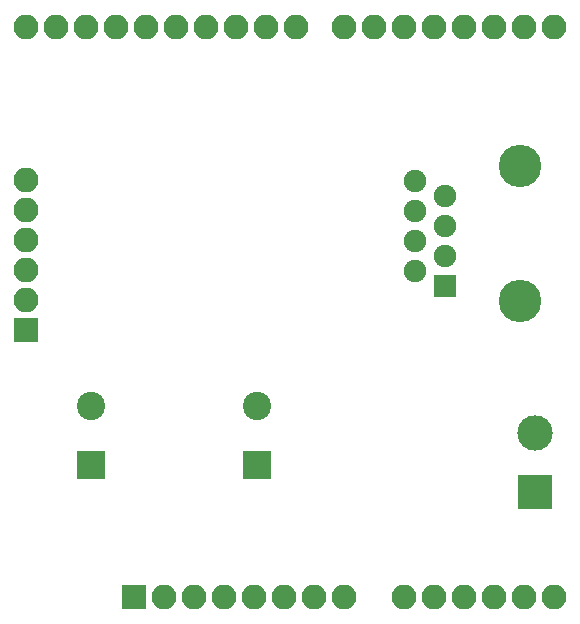
<source format=gbs>
G04 #@! TF.GenerationSoftware,KiCad,Pcbnew,5.0.0-fee4fd1~65~ubuntu17.10.1*
G04 #@! TF.CreationDate,2019-05-08T18:02:09-05:00*
G04 #@! TF.ProjectId,Operator,4F70657261746F722E6B696361645F70,1*
G04 #@! TF.SameCoordinates,Original*
G04 #@! TF.FileFunction,Soldermask,Bot*
G04 #@! TF.FilePolarity,Negative*
%FSLAX46Y46*%
G04 Gerber Fmt 4.6, Leading zero omitted, Abs format (unit mm)*
G04 Created by KiCad (PCBNEW 5.0.0-fee4fd1~65~ubuntu17.10.1) date Wed May  8 18:02:09 2019*
%MOMM*%
%LPD*%
G01*
G04 APERTURE LIST*
%ADD10O,2.100000X2.100000*%
%ADD11R,2.100000X2.100000*%
%ADD12R,2.400000X2.400000*%
%ADD13C,2.400000*%
%ADD14C,3.600000*%
%ADD15R,1.900000X1.900000*%
%ADD16C,1.900000*%
%ADD17R,3.000000X3.000000*%
%ADD18C,3.000000*%
G04 APERTURE END LIST*
D10*
G04 #@! TO.C,A1*
X138180000Y-53213000D03*
X140720000Y-53213000D03*
D11*
X147320000Y-101473000D03*
D10*
X177800000Y-53213000D03*
X149860000Y-101473000D03*
X175260000Y-53213000D03*
X152400000Y-101473000D03*
X172720000Y-53213000D03*
X154940000Y-101473000D03*
X170180000Y-53213000D03*
X157480000Y-101473000D03*
X167640000Y-53213000D03*
X160020000Y-101473000D03*
X165100000Y-53213000D03*
X162560000Y-101473000D03*
X161040000Y-53213000D03*
X165100000Y-101473000D03*
X158500000Y-53213000D03*
X170180000Y-101473000D03*
X155960000Y-53213000D03*
X172720000Y-101473000D03*
X153420000Y-53213000D03*
X175260000Y-101473000D03*
X150880000Y-53213000D03*
X177800000Y-101473000D03*
X148340000Y-53213000D03*
X180340000Y-101473000D03*
X145800000Y-53213000D03*
X182880000Y-101473000D03*
X143260000Y-53213000D03*
X182880000Y-53213000D03*
X180340000Y-53213000D03*
G04 #@! TD*
D12*
G04 #@! TO.C,C1*
X157734000Y-90297000D03*
D13*
X157734000Y-85297000D03*
G04 #@! TD*
G04 #@! TO.C,C2*
X143637000Y-85297000D03*
D12*
X143637000Y-90297000D03*
G04 #@! TD*
D14*
G04 #@! TO.C,J1*
X179959000Y-65024000D03*
X179959000Y-76454000D03*
D15*
X173609000Y-75184000D03*
D16*
X171069000Y-73914000D03*
X173609000Y-72644000D03*
X171069000Y-71374000D03*
X173609000Y-70104000D03*
X171069000Y-68834000D03*
X173609000Y-67564000D03*
X171069000Y-66294000D03*
G04 #@! TD*
D17*
G04 #@! TO.C,J2*
X181229000Y-92583000D03*
D18*
X181229000Y-87583000D03*
G04 #@! TD*
D11*
G04 #@! TO.C,J3*
X138176000Y-78867000D03*
D10*
X138176000Y-76327000D03*
X138176000Y-73787000D03*
X138176000Y-71247000D03*
X138176000Y-68707000D03*
X138176000Y-66167000D03*
G04 #@! TD*
M02*

</source>
